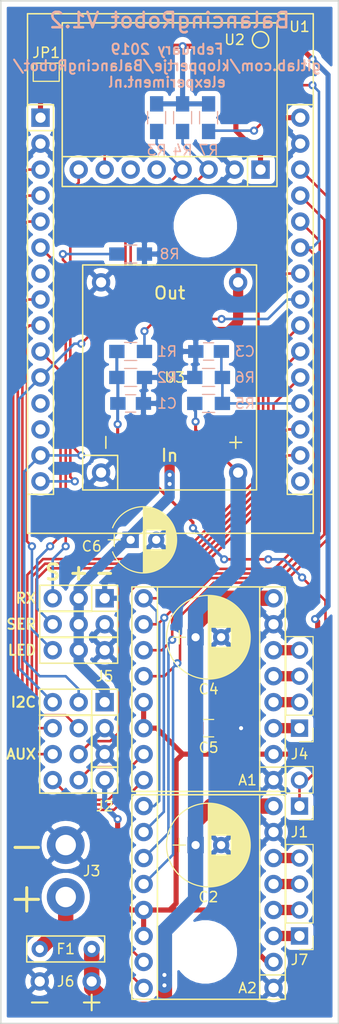
<source format=kicad_pcb>
(kicad_pcb (version 20171130) (host pcbnew "(5.1.9)-1")
  (layers (0 F.Cu signal) (31 B.Cu signal) (34 B.Paste user) (35 F.Paste user) (36 B.SilkS user) (37 F.SilkS user) (38 B.Mask user) (39 F.Mask user) (44 Edge.Cuts user))
  (net 0 "")
  (net 1 GND)
  (net 2 "Net-(C1-Pad1)")
  (net 3 +24V)
  (net 4 /BATT_VOLT)
  (net 5 VCC)
  (net 6 /LED_DATA)
  (net 7 "Net-(A1-Pad6)")
  (net 8 "Net-(A1-Pad5)")
  (net 9 "Net-(A1-Pad3)")
  (net 10 "Net-(A1-Pad4)")
  (net 11 /IBUS_RX)
  (net 12 /SERVO_PWM)
  (net 13 "Net-(A2-Pad4)")
  (net 14 "Net-(A2-Pad3)")
  (net 15 "Net-(A2-Pad5)")
  (net 16 "Net-(A2-Pad6)")
  (net 17 "Net-(JP1-Pad2)")
  (net 18 /DAC1)
  (net 19 /IMU_SDA)
  (net 20 /IMU_SCL)
  (net 21 /motAStp)
  (net 22 /motADir)
  (net 23 /motBStp)
  (net 24 "Net-(U1-Pad7)")
  (net 25 /motBDir)
  (net 26 "Net-(U1-Pad12)")
  (net 27 "Net-(U1-Pad13)")
  (net 28 /IMU_INT)
  (net 29 "Net-(U1-Pad16)")
  (net 30 /uStep2)
  (net 31 /uStep1)
  (net 32 /uStep0)
  (net 33 /motEn)
  (net 34 +5V)
  (net 35 "Net-(U2-Pad5)")
  (net 36 "Net-(U2-Pad6)")
  (net 37 "Net-(F1-Pad2)")
  (net 38 /AUX1)
  (net 39 /AUX2)
  (net 40 /AUX3)
  (net 41 /AUX4)
  (net 42 /AUX5)
  (net 43 /AUX6)
  (module mylib:pinHeader_3x3 (layer F.Cu) (at 99.06 93.98 270)
    (fp_text reference J5 (at 5.08 -2.54) (layer F.SilkS))
    (fp_text value conn_3x3 hide)
    (pad 9 thru_hole circle (at 2.54 2.54 270) (size 1.8 1.8) (drill 1) (layers *.Cu *.Mask) (net 6 /LED_DATA))
    (pad 8 thru_hole circle (at 2.54 0 270) (size 1.8 1.8) (drill 1) (layers *.Cu *.Mask) (net 34 +5V))
    (pad 7 thru_hole circle (at 2.54 -2.54 270) (size 1.8 1.8) (drill 1) (layers *.Cu *.Mask) (net 1 GND))
    (pad 6 thru_hole circle (at 0 2.54 270) (size 1.8 1.8) (drill 1) (layers *.Cu *.Mask) (net 12 /SERVO_PWM))
    (pad 5 thru_hole circle (at 0 0 270) (size 1.8 1.8) (drill 1) (layers *.Cu *.Mask) (net 34 +5V))
    (pad 4 thru_hole circle (at 0 -2.54 270) (size 1.8 1.8) (drill 1) (layers *.Cu *.Mask) (net 1 GND))
    (pad 3 thru_hole circle (at -2.54 2.54 270) (size 1.8 1.8) (drill 1) (layers *.Cu *.Mask) (net 11 /IBUS_RX))
    (pad 2 thru_hole circle (at -2.54 0 270) (size 1.8 1.8) (drill 1) (layers *.Cu *.Mask) (net 34 +5V))
    (pad 1 thru_hole rect (at -2.54 -2.54 270) (size 1.8 1.8) (drill 1) (layers *.Cu *.Mask) (net 1 GND))
  )
  (module mylib:pinHeader_3x4 (layer F.Cu) (at 99.06 105.41 270)
    (fp_text reference J2 (at 6.35 -2.54) (layer F.SilkS))
    (fp_text value conn_3x4 hide)
    (pad 12 thru_hole circle (at 3.81 2.54 270) (size 1.8 1.8) (drill 1) (layers *.Cu *.Mask) (net 43 /AUX6))
    (pad 11 thru_hole circle (at 3.81 0 270) (size 1.8 1.8) (drill 1) (layers *.Cu *.Mask) (net 42 /AUX5))
    (pad 10 thru_hole circle (at 3.81 -2.54 270) (size 1.8 1.8) (drill 1) (layers *.Cu *.Mask) (net 5 VCC))
    (pad 9 thru_hole circle (at 1.27 2.54 270) (size 1.8 1.8) (drill 1) (layers *.Cu *.Mask) (net 41 /AUX4))
    (pad 8 thru_hole circle (at 1.27 0 270) (size 1.8 1.8) (drill 1) (layers *.Cu *.Mask) (net 40 /AUX3))
    (pad 7 thru_hole circle (at 1.27 -2.54 270) (size 1.8 1.8) (drill 1) (layers *.Cu *.Mask) (net 1 GND))
    (pad 6 thru_hole circle (at -1.27 2.54 270) (size 1.8 1.8) (drill 1) (layers *.Cu *.Mask) (net 39 /AUX2))
    (pad 5 thru_hole circle (at -1.27 0 270) (size 1.8 1.8) (drill 1) (layers *.Cu *.Mask) (net 38 /AUX1))
    (pad 4 thru_hole circle (at -1.27 -2.54 270) (size 1.8 1.8) (drill 1) (layers *.Cu *.Mask) (net 1 GND))
    (pad 3 thru_hole circle (at -3.81 2.54 270) (size 1.8 1.8) (drill 1) (layers *.Cu *.Mask) (net 19 /IMU_SDA))
    (pad 2 thru_hole circle (at -3.81 0 270) (size 1.8 1.8) (drill 1) (layers *.Cu *.Mask) (net 20 /IMU_SCL))
    (pad 1 thru_hole rect (at -3.81 -2.54 270) (size 1.8 1.8) (drill 1) (layers *.Cu *.Mask) (net 34 +5V))
  )
  (module mylib:ESP32-devkit-30p (layer F.Cu) (at 108.025001 62.23)
    (fp_text reference U1 (at 12.624999 -26.67) (layer F.SilkS))
    (fp_text value ESP32-devKit)
    (pad 30 thru_hole circle (at 12.7 -17.78) (size 1.8 1.8) (drill 1) (layers *.Cu *.Mask) (net 34 +5V))
    (pad 29 thru_hole circle (at 12.7 -15.24) (size 1.8 1.8) (drill 1) (layers *.Cu *.Mask) (net 1 GND))
    (pad 28 thru_hole circle (at 12.7 -12.7) (size 1.8 1.8) (drill 1) (layers *.Cu *.Mask) (net 30 /uStep2))
    (pad 27 thru_hole circle (at 12.7 -10.16) (size 1.8 1.8) (drill 1) (layers *.Cu *.Mask) (net 31 /uStep1))
    (pad 26 thru_hole circle (at 12.7 -7.62) (size 1.8 1.8) (drill 1) (layers *.Cu *.Mask) (net 32 /uStep0))
    (pad 25 thru_hole circle (at 12.7 -5.08) (size 1.8 1.8) (drill 1) (layers *.Cu *.Mask) (net 33 /motEn))
    (pad 24 thru_hole circle (at 12.7 -2.54) (size 1.8 1.8) (drill 1) (layers *.Cu *.Mask) (net 41 /AUX4))
    (pad 23 thru_hole circle (at 12.7 0) (size 1.8 1.8) (drill 1) (layers *.Cu *.Mask) (net 18 /DAC1))
    (pad 22 thru_hole circle (at 12.7 2.54) (size 1.8 1.8) (drill 1) (layers *.Cu *.Mask) (net 39 /AUX2))
    (pad 21 thru_hole circle (at 12.7 5.08) (size 1.8 1.8) (drill 1) (layers *.Cu *.Mask) (net 38 /AUX1))
    (pad 20 thru_hole circle (at 12.7 7.62) (size 1.8 1.8) (drill 1) (layers *.Cu *.Mask) (net 40 /AUX3))
    (pad 19 thru_hole circle (at 12.7 10.16) (size 1.8 1.8) (drill 1) (layers *.Cu *.Mask) (net 4 /BATT_VOLT))
    (pad 18 thru_hole circle (at 12.7 12.7) (size 1.8 1.8) (drill 1) (layers *.Cu *.Mask) (net 42 /AUX5))
    (pad 17 thru_hole circle (at 12.7 15.24) (size 1.8 1.8) (drill 1) (layers *.Cu *.Mask) (net 43 /AUX6))
    (pad 16 thru_hole circle (at 12.7 17.78) (size 1.8 1.8) (drill 1) (layers *.Cu *.Mask) (net 29 "Net-(U1-Pad16)"))
    (pad 15 thru_hole circle (at -12.7 17.78) (size 1.8 1.8) (drill 1) (layers *.Cu *.Mask) (net 28 /IMU_INT))
    (pad 14 thru_hole circle (at -12.7 15.24) (size 1.8 1.8) (drill 1) (layers *.Cu *.Mask) (net 20 /IMU_SCL))
    (pad 13 thru_hole circle (at -12.7 12.7) (size 1.8 1.8) (drill 1) (layers *.Cu *.Mask) (net 27 "Net-(U1-Pad13)"))
    (pad 12 thru_hole circle (at -12.7 10.16) (size 1.8 1.8) (drill 1) (layers *.Cu *.Mask) (net 26 "Net-(U1-Pad12)"))
    (pad 11 thru_hole circle (at -12.7 7.62) (size 1.8 1.8) (drill 1) (layers *.Cu *.Mask) (net 19 /IMU_SDA))
    (pad 10 thru_hole circle (at -12.7 5.08) (size 1.8 1.8) (drill 1) (layers *.Cu *.Mask) (net 12 /SERVO_PWM))
    (pad 9 thru_hole circle (at -12.7 2.54) (size 1.8 1.8) (drill 1) (layers *.Cu *.Mask) (net 6 /LED_DATA))
    (pad 8 thru_hole circle (at -12.7 0) (size 1.8 1.8) (drill 1) (layers *.Cu *.Mask) (net 21 /motAStp))
    (pad 7 thru_hole circle (at -12.7 -2.54) (size 1.8 1.8) (drill 1) (layers *.Cu *.Mask) (net 24 "Net-(U1-Pad7)"))
    (pad 6 thru_hole circle (at -12.7 -5.08) (size 1.8 1.8) (drill 1) (layers *.Cu *.Mask) (net 11 /IBUS_RX))
    (pad 5 thru_hole circle (at -12.7 -7.62) (size 1.8 1.8) (drill 1) (layers *.Cu *.Mask) (net 22 /motADir))
    (pad 4 thru_hole circle (at -12.7 -10.16) (size 1.8 1.8) (drill 1) (layers *.Cu *.Mask) (net 23 /motBStp))
    (pad 3 thru_hole circle (at -12.7 -12.7) (size 1.8 1.8) (drill 1) (layers *.Cu *.Mask) (net 25 /motBDir))
    (pad 2 thru_hole circle (at -12.7 -15.24) (size 1.8 1.8) (drill 1) (layers *.Cu *.Mask) (net 1 GND))
    (pad 1 thru_hole rect (at -12.7 -17.78) (size 1.8 1.8) (drill 1) (layers *.Cu *.Mask) (net 5 VCC))
  )
  (module mylib:buck-converter-adj (layer F.Cu) (at 107.95 69.85 90)
    (fp_text reference U3 (at 0 0.5 180) (layer F.SilkS))
    (fp_text value buckConverter-adj)
    (fp_text user + (at -6.35 6.35 90) (layer F.SilkS) (effects (font (size 1.5 1.5))))
    (fp_text user - (at -6.35 -6.35 90) (layer F.SilkS) (effects (font (size 1.5 1.5))))
    (pad 4 thru_hole circle (at 9.3 -6.7 90) (size 1.8 1.8) (drill 1) (layers *.Cu *.Mask) (net 1 GND))
    (pad 3 thru_hole circle (at 9.3 6.7 90) (size 1.8 1.8) (drill 1) (layers *.Cu *.Mask) (net 34 +5V))
    (pad 2 thru_hole circle (at -9.3 6.7 90) (size 1.8 1.8) (drill 1) (layers *.Cu *.Mask) (net 3 +24V))
    (pad 1 thru_hole circle (at -9.3 -6.7 90) (size 1.8 1.8) (drill 1) (layers *.Cu *.Mask) (net 1 GND))
  )
  (module mylib:DRV8825-breakout (layer F.Cu) (at 111.76 120.65 180)
    (fp_text reference A2 (at -3.81 -8.89 180) (layer F.SilkS))
    (fp_text value Pololu_Breakout_DRV8825)
    (pad 1 thru_hole circle (at -6.35 -8.89 180) (size 1.8 1.8) (drill 1) (layers *.Cu *.Mask) (net 1 GND))
    (pad 2 thru_hole circle (at -6.35 -6.35 180) (size 1.8 1.8) (drill 1) (layers *.Cu *.Mask) (net 5 VCC))
    (pad 3 thru_hole circle (at -6.35 -3.81 180) (size 1.8 1.8) (drill 1) (layers *.Cu *.Mask) (net 14 "Net-(A2-Pad3)"))
    (pad 4 thru_hole circle (at -6.35 -1.27 180) (size 1.8 1.8) (drill 1) (layers *.Cu *.Mask) (net 13 "Net-(A2-Pad4)"))
    (pad 5 thru_hole circle (at -6.35 1.27 180) (size 1.8 1.8) (drill 1) (layers *.Cu *.Mask) (net 15 "Net-(A2-Pad5)"))
    (pad 6 thru_hole circle (at -6.35 3.81 180) (size 1.8 1.8) (drill 1) (layers *.Cu *.Mask) (net 16 "Net-(A2-Pad6)"))
    (pad 7 thru_hole circle (at -6.35 6.35 180) (size 1.8 1.8) (drill 1) (layers *.Cu *.Mask) (net 1 GND))
    (pad 8 thru_hole circle (at -6.35 8.89 180) (size 1.8 1.8) (drill 1) (layers *.Cu *.Mask) (net 3 +24V))
    (pad 9 thru_hole circle (at 6.35 8.89 180) (size 1.8 1.8) (drill 1) (layers *.Cu *.Mask) (net 33 /motEn))
    (pad 10 thru_hole circle (at 6.35 6.35 180) (size 1.8 1.8) (drill 1) (layers *.Cu *.Mask) (net 32 /uStep0))
    (pad 11 thru_hole circle (at 6.35 3.81 180) (size 1.8 1.8) (drill 1) (layers *.Cu *.Mask) (net 31 /uStep1))
    (pad 12 thru_hole circle (at 6.35 1.27 180) (size 1.8 1.8) (drill 1) (layers *.Cu *.Mask) (net 30 /uStep2))
    (pad 13 thru_hole circle (at 6.35 -1.27 180) (size 1.8 1.8) (drill 1) (layers *.Cu *.Mask) (net 5 VCC))
    (pad 14 thru_hole circle (at 6.35 -3.81 180) (size 1.8 1.8) (drill 1) (layers *.Cu *.Mask) (net 5 VCC))
    (pad 15 thru_hole circle (at 6.35 -6.35 180) (size 1.8 1.8) (drill 1) (layers *.Cu *.Mask) (net 23 /motBStp))
    (pad 16 thru_hole circle (at 6.35 -8.89 180) (size 1.8 1.8) (drill 1) (layers *.Cu *.Mask) (net 25 /motBDir))
  )
  (module Mounting_Holes:MountingHole_3.2mm_M3_DIN965 (layer F.Cu) (at 111.44 55.02)
    (fp_text reference REF** hide)
    (fp_text value MountingHole_3.2mm_M3_DIN965)
    (pad 1 np_thru_hole circle (at 0 0) (size 3.2 3.2) (drill 3.2) (layers *.Cu *.Mask))
  )
  (module mylib:MPU6050-breakout-angledHeader (layer F.Cu) (at 107.95 43.18 270)
    (fp_text reference U2 (at -6.35 -6.35) (layer F.SilkS))
    (fp_text value MPU6050-breakout hide)
    (pad 8 thru_hole circle (at 6.35 8.89 270) (size 1.8 1.8) (drill 1) (layers *.Cu *.Mask) (net 28 /IMU_INT))
    (pad 7 thru_hole circle (at 6.35 6.35 270) (size 1.8 1.8) (drill 1) (layers *.Cu *.Mask) (net 17 "Net-(JP1-Pad2)"))
    (pad 6 thru_hole circle (at 6.35 3.81 270) (size 1.8 1.8) (drill 1) (layers *.Cu *.Mask) (net 36 "Net-(U2-Pad6)"))
    (pad 5 thru_hole circle (at 6.35 1.27 270) (size 1.8 1.8) (drill 1) (layers *.Cu *.Mask) (net 35 "Net-(U2-Pad5)"))
    (pad 4 thru_hole circle (at 6.35 -1.27 270) (size 1.8 1.8) (drill 1) (layers *.Cu *.Mask) (net 19 /IMU_SDA))
    (pad 3 thru_hole circle (at 6.35 -3.81 270) (size 1.8 1.8) (drill 1) (layers *.Cu *.Mask) (net 20 /IMU_SCL))
    (pad 2 thru_hole circle (at 6.35 -6.35 270) (size 1.8 1.8) (drill 1) (layers *.Cu *.Mask) (net 1 GND))
    (pad 1 thru_hole rect (at 6.35 -8.89 270) (size 1.8 1.8) (drill 1) (layers *.Cu *.Mask) (net 5 VCC))
  )
  (module Capacitors_THT:CP_Radial_D8.0mm_P2.50mm (layer F.Cu) (at 110.49 95.25)
    (fp_text reference C4 (at 1.27 5.08) (layer F.SilkS))
    (fp_text value 100u)
    (pad 1 thru_hole rect (at 0 0) (size 1.6 1.6) (drill 0.8) (layers *.Cu *.Mask) (net 3 +24V))
    (pad 2 thru_hole circle (at 2.5 0) (size 1.6 1.6) (drill 0.8) (layers *.Cu *.Mask) (net 1 GND))
  )
  (module Capacitors_SMD:C_0805_HandSoldering (layer B.Cu) (at 104.14 72.39)
    (fp_text reference C1 (at 3.556 0) (layer B.SilkS) (effects (justify mirror)))
    (fp_text value 1u)
    (pad 1 smd rect (at -1.25 0) (size 1.5 1.25) (layers B.Cu B.Paste B.Mask) (net 2 "Net-(C1-Pad1)"))
    (pad 2 smd rect (at 1.25 0) (size 1.5 1.25) (layers B.Cu B.Paste B.Mask) (net 1 GND))
  )
  (module Capacitors_SMD:C_0805_HandSoldering (layer B.Cu) (at 111.76 67.31 180)
    (fp_text reference C3 (at -3.556 0 180) (layer B.SilkS) (effects (justify mirror)))
    (fp_text value 1u)
    (pad 1 smd rect (at -1.25 0 180) (size 1.5 1.25) (layers B.Cu B.Paste B.Mask) (net 4 /BATT_VOLT))
    (pad 2 smd rect (at 1.25 0 180) (size 1.5 1.25) (layers B.Cu B.Paste B.Mask) (net 1 GND))
  )
  (module Socket_Strips:Socket_Strip_Straight_1x02_Pitch2.54mm (layer F.Cu) (at 120.65 111.76 180)
    (fp_text reference J1 (at 0 -2.54) (layer F.SilkS))
    (fp_text value Conn_01x02_Female)
    (pad 1 thru_hole rect (at 0 0 180) (size 1.7 1.7) (drill 1) (layers *.Cu *.Mask) (net 2 "Net-(C1-Pad1)"))
    (pad 2 thru_hole oval (at 0 2.54 180) (size 1.7 1.7) (drill 1) (layers *.Cu *.Mask) (net 2 "Net-(C1-Pad1)"))
  )
  (module Socket_Strips:Socket_Strip_Straight_1x04_Pitch2.54mm (layer F.Cu) (at 120.65 104.14 180)
    (fp_text reference J4 (at 0 -2.54 180) (layer F.SilkS))
    (fp_text value Conn_01x04_Female)
    (pad 1 thru_hole rect (at 0 0 180) (size 1.7 1.7) (drill 1) (layers *.Cu *.Mask) (net 9 "Net-(A1-Pad3)"))
    (pad 2 thru_hole oval (at 0 2.54 180) (size 1.7 1.7) (drill 1) (layers *.Cu *.Mask) (net 10 "Net-(A1-Pad4)"))
    (pad 3 thru_hole oval (at 0 5.08 180) (size 1.7 1.7) (drill 1) (layers *.Cu *.Mask) (net 8 "Net-(A1-Pad5)"))
    (pad 4 thru_hole oval (at 0 7.62 180) (size 1.7 1.7) (drill 1) (layers *.Cu *.Mask) (net 7 "Net-(A1-Pad6)"))
  )
  (module Socket_Strips:Socket_Strip_Straight_1x04_Pitch2.54mm (layer F.Cu) (at 120.65 124.46 180)
    (fp_text reference J7 (at 0 -2.33 180) (layer F.SilkS))
    (fp_text value Conn_01x04_Female)
    (pad 1 thru_hole rect (at 0 0 180) (size 1.7 1.7) (drill 1) (layers *.Cu *.Mask) (net 14 "Net-(A2-Pad3)"))
    (pad 2 thru_hole oval (at 0 2.54 180) (size 1.7 1.7) (drill 1) (layers *.Cu *.Mask) (net 13 "Net-(A2-Pad4)"))
    (pad 3 thru_hole oval (at 0 5.08 180) (size 1.7 1.7) (drill 1) (layers *.Cu *.Mask) (net 15 "Net-(A2-Pad5)"))
    (pad 4 thru_hole oval (at 0 7.62 180) (size 1.7 1.7) (drill 1) (layers *.Cu *.Mask) (net 16 "Net-(A2-Pad6)"))
  )
  (module Connectors:GS2 (layer F.Cu) (at 95.885 40.005 90)
    (fp_text reference JP1 (at 1.905 0) (layer F.SilkS))
    (fp_text value Jumper)
    (pad 1 smd rect (at 0 -0.64 90) (size 1.27 0.97) (layers F.Cu F.Paste F.Mask) (net 5 VCC))
    (pad 2 smd rect (at 0 0.64 90) (size 1.27 0.97) (layers F.Cu F.Paste F.Mask) (net 17 "Net-(JP1-Pad2)"))
  )
  (module Resistors_SMD:R_0805_HandSoldering (layer B.Cu) (at 104.14 67.31 180)
    (fp_text reference R1 (at -3.556 0 180) (layer B.SilkS) (effects (justify mirror)))
    (fp_text value 3k3)
    (pad 1 smd rect (at -1.35 0 180) (size 1.5 1.3) (layers B.Cu B.Paste B.Mask) (net 18 /DAC1))
    (pad 2 smd rect (at 1.35 0 180) (size 1.5 1.3) (layers B.Cu B.Paste B.Mask) (net 2 "Net-(C1-Pad1)"))
  )
  (module Resistors_SMD:R_0805_HandSoldering (layer B.Cu) (at 104.14 69.85)
    (fp_text reference R2 (at 3.556 0) (layer B.SilkS) (effects (justify mirror)))
    (fp_text value 3k3)
    (pad 1 smd rect (at -1.35 0) (size 1.5 1.3) (layers B.Cu B.Paste B.Mask) (net 2 "Net-(C1-Pad1)"))
    (pad 2 smd rect (at 1.35 0) (size 1.5 1.3) (layers B.Cu B.Paste B.Mask) (net 1 GND))
  )
  (module Resistors_SMD:R_0805_HandSoldering (layer B.Cu) (at 106.68 44.45 270)
    (fp_text reference R3 (at 3.175 0) (layer B.SilkS) (effects (justify mirror)))
    (fp_text value 3k3)
    (pad 1 smd rect (at -1.35 0 270) (size 1.5 1.3) (layers B.Cu B.Paste B.Mask) (net 5 VCC))
    (pad 2 smd rect (at 1.35 0 270) (size 1.5 1.3) (layers B.Cu B.Paste B.Mask) (net 19 /IMU_SDA))
  )
  (module Resistors_SMD:R_0805_HandSoldering (layer B.Cu) (at 109.22 44.45 270)
    (fp_text reference R4 (at 3.175 0) (layer B.SilkS) (effects (justify mirror)))
    (fp_text value 3k3)
    (pad 1 smd rect (at -1.35 0 270) (size 1.5 1.3) (layers B.Cu B.Paste B.Mask) (net 5 VCC))
    (pad 2 smd rect (at 1.35 0 270) (size 1.5 1.3) (layers B.Cu B.Paste B.Mask) (net 20 /IMU_SCL))
  )
  (module Resistors_SMD:R_0805_HandSoldering (layer B.Cu) (at 111.76 72.39)
    (fp_text reference R5 (at 3.556 0) (layer B.SilkS) (effects (justify mirror)))
    (fp_text value 100k)
    (pad 1 smd rect (at -1.35 0) (size 1.5 1.3) (layers B.Cu B.Paste B.Mask) (net 3 +24V))
    (pad 2 smd rect (at 1.35 0) (size 1.5 1.3) (layers B.Cu B.Paste B.Mask) (net 4 /BATT_VOLT))
  )
  (module Resistors_SMD:R_0805_HandSoldering (layer B.Cu) (at 111.76 69.85 180)
    (fp_text reference R6 (at -3.556 0 180) (layer B.SilkS) (effects (justify mirror)))
    (fp_text value 3k3)
    (pad 1 smd rect (at -1.35 0 180) (size 1.5 1.3) (layers B.Cu B.Paste B.Mask) (net 4 /BATT_VOLT))
    (pad 2 smd rect (at 1.35 0 180) (size 1.5 1.3) (layers B.Cu B.Paste B.Mask) (net 1 GND))
  )
  (module mylib:wirePad-2x-2mm (layer F.Cu) (at 97.79 118.11 90)
    (fp_text reference J3 (at 0 2.54 180) (layer F.SilkS))
    (fp_text value Conn_01x02_Male hide)
    (pad 2 thru_hole circle (at 2.54 0 90) (size 3.7 3.7) (drill 2) (layers *.Cu *.Mask) (net 1 GND))
    (pad 1 thru_hole circle (at -2.54 0 90) (size 3.7 3.7) (drill 2) (layers *.Cu *.Mask) (net 37 "Net-(F1-Pad2)"))
  )
  (module Capacitors_THT:CP_Radial_D8.0mm_P2.50mm (layer F.Cu) (at 110.49 115.57)
    (fp_text reference C2 (at 1.25 5.08) (layer F.SilkS))
    (fp_text value 100u)
    (pad 2 thru_hole circle (at 2.5 0) (size 1.6 1.6) (drill 0.8) (layers *.Cu *.Mask) (net 1 GND))
    (pad 1 thru_hole rect (at 0 0) (size 1.6 1.6) (drill 0.8) (layers *.Cu *.Mask) (net 3 +24V))
  )
  (module Mounting_Holes:MountingHole_3.2mm_M3_DIN965 (layer F.Cu) (at 111.44 126.02)
    (fp_text reference REF** hide)
    (fp_text value MountingHole_3.2mm_M3_DIN965)
    (pad 1 np_thru_hole circle (at 0 0) (size 3.2 3.2) (drill 3.2) (layers *.Cu *.Mask))
  )
  (module mylib:polyfuse-5.08mm (layer F.Cu) (at 97.79 125.73 180)
    (fp_text reference F1 (at 0 0 180) (layer F.SilkS))
    (fp_text value Polyfuse hide)
    (pad 1 thru_hole circle (at -2.54 0 180) (size 1.6 1.6) (drill 0.8) (layers *.Cu *.Mask) (net 3 +24V))
    (pad 2 thru_hole circle (at 2.54 0 180) (size 1.6 1.6) (drill 0.8) (layers *.Cu *.Mask) (net 37 "Net-(F1-Pad2)"))
  )
  (module mylib:DRV8825-breakout (layer F.Cu) (at 111.76 100.33 180)
    (fp_text reference A1 (at -3.81 -8.89 180) (layer F.SilkS))
    (fp_text value Pololu_Breakout_DRV8825)
    (pad 16 thru_hole circle (at 6.35 -8.89 180) (size 1.8 1.8) (drill 1) (layers *.Cu *.Mask) (net 22 /motADir))
    (pad 15 thru_hole circle (at 6.35 -6.35 180) (size 1.8 1.8) (drill 1) (layers *.Cu *.Mask) (net 21 /motAStp))
    (pad 14 thru_hole circle (at 6.35 -3.81 180) (size 1.8 1.8) (drill 1) (layers *.Cu *.Mask) (net 5 VCC))
    (pad 13 thru_hole circle (at 6.35 -1.27 180) (size 1.8 1.8) (drill 1) (layers *.Cu *.Mask) (net 5 VCC))
    (pad 12 thru_hole circle (at 6.35 1.27 180) (size 1.8 1.8) (drill 1) (layers *.Cu *.Mask) (net 30 /uStep2))
    (pad 11 thru_hole circle (at 6.35 3.81 180) (size 1.8 1.8) (drill 1) (layers *.Cu *.Mask) (net 31 /uStep1))
    (pad 10 thru_hole circle (at 6.35 6.35 180) (size 1.8 1.8) (drill 1) (layers *.Cu *.Mask) (net 32 /uStep0))
    (pad 9 thru_hole circle (at 6.35 8.89 180) (size 1.8 1.8) (drill 1) (layers *.Cu *.Mask) (net 33 /motEn))
    (pad 8 thru_hole circle (at -6.35 8.89 180) (size 1.8 1.8) (drill 1) (layers *.Cu *.Mask) (net 3 +24V))
    (pad 7 thru_hole circle (at -6.35 6.35 180) (size 1.8 1.8) (drill 1) (layers *.Cu *.Mask) (net 1 GND))
    (pad 6 thru_hole circle (at -6.35 3.81 180) (size 1.8 1.8) (drill 1) (layers *.Cu *.Mask) (net 7 "Net-(A1-Pad6)"))
    (pad 5 thru_hole circle (at -6.35 1.27 180) (size 1.8 1.8) (drill 1) (layers *.Cu *.Mask) (net 8 "Net-(A1-Pad5)"))
    (pad 4 thru_hole circle (at -6.35 -1.27 180) (size 1.8 1.8) (drill 1) (layers *.Cu *.Mask) (net 10 "Net-(A1-Pad4)"))
    (pad 3 thru_hole circle (at -6.35 -3.81 180) (size 1.8 1.8) (drill 1) (layers *.Cu *.Mask) (net 9 "Net-(A1-Pad3)"))
    (pad 2 thru_hole circle (at -6.35 -6.35 180) (size 1.8 1.8) (drill 1) (layers *.Cu *.Mask) (net 5 VCC))
    (pad 1 thru_hole circle (at -6.35 -8.89 180) (size 1.8 1.8) (drill 1) (layers *.Cu *.Mask) (net 1 GND))
  )
  (module Capacitors_SMD:C_0805_HandSoldering (layer F.Cu) (at 111.76 104.14)
    (fp_text reference C5 (at 0 1.905) (layer F.SilkS))
    (fp_text value 100n)
    (pad 2 smd rect (at 1.25 0) (size 1.5 1.25) (layers F.Cu F.Paste F.Mask) (net 1 GND))
    (pad 1 smd rect (at -1.25 0) (size 1.5 1.25) (layers F.Cu F.Paste F.Mask) (net 5 VCC))
  )
  (module Resistors_SMD:R_0805_HandSoldering (layer B.Cu) (at 111.76 44.45 270)
    (fp_text reference R7 (at 3.175 0 180) (layer B.SilkS) (effects (justify mirror)))
    (fp_text value 3k3)
    (pad 2 smd rect (at 1.35 0 270) (size 1.5 1.3) (layers B.Cu B.Paste B.Mask) (net 33 /motEn))
    (pad 1 smd rect (at -1.35 0 270) (size 1.5 1.3) (layers B.Cu B.Paste B.Mask) (net 5 VCC))
  )
  (module Capacitors_THT:CP_Radial_D6.3mm_P2.50mm (layer F.Cu) (at 104.14 85.725)
    (fp_text reference C6 (at -3.81 0.635) (layer F.SilkS))
    (fp_text value 470u)
    (pad 2 thru_hole circle (at 2.5 0) (size 1.6 1.6) (drill 0.8) (layers *.Cu *.Mask) (net 1 GND))
    (pad 1 thru_hole rect (at 0 0) (size 1.6 1.6) (drill 0.8) (layers *.Cu *.Mask) (net 34 +5V))
  )
  (module Resistors_SMD:R_0805_HandSoldering (layer B.Cu) (at 104.14 57.785)
    (fp_text reference R8 (at 3.81 0) (layer B.SilkS) (effects (justify mirror)))
    (fp_text value 100k)
    (pad 2 smd rect (at 1.35 0) (size 1.5 1.3) (layers B.Cu B.Paste B.Mask) (net 1 GND))
    (pad 1 smd rect (at -1.35 0) (size 1.5 1.3) (layers B.Cu B.Paste B.Mask) (net 11 /IBUS_RX))
  )
  (module mylib:pinHeader_2x1_5.08mm (layer F.Cu) (at 97.79 128.905 180)
    (fp_text reference J6 (at 0 0 180) (layer F.SilkS))
    (fp_text value Conn_01x02_Male)
    (pad 1 thru_hole circle (at -2.54 0 180) (size 1.8 1.8) (drill 1) (layers *.Cu *.Mask) (net 3 +24V))
    (pad 2 thru_hole circle (at 2.54 0 180) (size 1.8 1.8) (drill 1) (layers *.Cu *.Mask) (net 1 GND))
  )
  (gr_text - (at 95.25 130.81) (layer F.SilkS) (effects (font (size 2 2) (thickness 0.2))))
  (gr_text + (at 100.33 130.81) (layer F.SilkS) (effects (font (size 2 2) (thickness 0.2))))
  (gr_text Out (at 107.95 61.595) (layer F.SilkS) (effects (font (size 1.2 1.2) (thickness 0.2))))
  (gr_text In (at 107.95 77.47) (layer F.SilkS) (effects (font (size 1.2 1.2) (thickness 0.2))))
  (gr_text "February 2019\ngitlab.com/kloppertje/BalancingRobot/\nelexperiment.nl" (at 107.696 39.37) (layer B.SilkS) (effects (font (size 1 1) (thickness 0.2)) (justify mirror)))
  (gr_line (start 100.33 107.95) (end 102.87 107.95) (layer F.SilkS) (width 0.2))
  (gr_line (start 102.87 95.25) (end 95.25 95.25) (layer F.SilkS) (width 0.2))
  (gr_line (start 95.25 92.71) (end 100.33 92.71) (layer F.SilkS) (width 0.2))
  (gr_line (start 100.33 102.87) (end 100.33 110.49) (layer F.SilkS) (width 0.2))
  (gr_line (start 95.25 102.87) (end 100.33 102.87) (layer F.SilkS) (width 0.2))
  (gr_text AUX (at 94.996 106.68) (layer F.SilkS) (effects (font (size 1 1) (thickness 0.2)) (justify right)))
  (gr_text I2C (at 94.996 101.6) (layer F.SilkS) (effects (font (size 1 1) (thickness 0.2)) (justify right)))
  (gr_text LED (at 94.996 96.52) (layer F.SilkS) (effects (font (size 1 1) (thickness 0.2)) (justify right)))
  (gr_text SER (at 94.996 93.98) (layer F.SilkS) (effects (font (size 1 1) (thickness 0.2)) (justify right)))
  (gr_text RX (at 94.996 91.44) (layer F.SilkS) (effects (font (size 1 1) (thickness 0.2)) (justify right)))
  (gr_text - (at 93.98 115.57) (layer F.SilkS) (effects (font (size 3 3) (thickness 0.3))))
  (gr_text + (at 93.98 120.65) (layer F.SilkS) (effects (font (size 3 3) (thickness 0.3))))
  (gr_text S (at 96.52 88.9) (layer F.SilkS) (effects (font (size 1.5 1.5) (thickness 0.3))))
  (gr_text + (at 99.06 88.9) (layer F.SilkS) (effects (font (size 1.5 1.5) (thickness 0.3))))
  (gr_text - (at 101.6 88.9) (layer F.SilkS) (effects (font (size 1.5 1.5) (thickness 0.3))))
  (gr_line (start 124.46 133.02) (end 124.46 33.02) (layer Edge.Cuts) (width 0.15))
  (gr_line (start 91.44 133.02) (end 124.46 133.02) (layer Edge.Cuts) (width 0.15))
  (gr_line (start 91.44 33.02) (end 91.44 133.02) (layer Edge.Cuts) (width 0.15))
  (gr_line (start 124.46 33.02) (end 91.44 33.02) (layer Edge.Cuts) (width 0.15))
  (gr_text "BalancingRobot V1.2" (at 107.95 34.925) (layer B.SilkS) (effects (font (size 1.5 1.5) (thickness 0.25)) (justify mirror)))
  (segment (start 113.01 95.27) (end 112.99 95.25) (width 0.25) (layer F.Cu) (net 1))
  (segment (start 113.01 104.14) (end 114.935 104.14) (width 0.25) (layer F.Cu) (net 1))
  (via (at 114.935 104.14) (size 0.8) (drill 0.4) (layers F.Cu B.Cu) (net 1))
  (segment (start 120.65 111.76) (end 120.65 109.22) (width 0.25) (layer F.Cu) (net 2))
  (segment (start 102.87 74.422) (end 102.87 72.41) (width 0.3) (layer B.Cu) (net 2))
  (segment (start 102.87 72.41) (end 102.89 72.39) (width 0.3) (layer B.Cu) (net 2))
  (via (at 102.87 74.422) (size 0.8) (drill 0.4) (layers F.Cu B.Cu) (net 2))
  (segment (start 102.87 76.650315) (end 102.87 74.422) (width 0.3) (layer F.Cu) (net 2))
  (segment (start 110.236 84.582) (end 110.236 84.016315) (width 0.3) (layer F.Cu) (net 2))
  (segment (start 110.236 84.016315) (end 102.87 76.650315) (width 0.3) (layer F.Cu) (net 2))
  (via (at 110.236 84.582) (size 0.8) (drill 0.4) (layers F.Cu B.Cu) (net 2))
  (segment (start 113.284 87.63) (end 110.236 84.582) (width 0.3) (layer B.Cu) (net 2))
  (via (at 113.284 87.63) (size 0.8) (drill 0.4) (layers F.Cu B.Cu) (net 2))
  (segment (start 102.89 69.95) (end 102.79 69.85) (width 0.3) (layer B.Cu) (net 2))
  (segment (start 102.89 72.39) (end 102.89 69.95) (width 0.3) (layer B.Cu) (net 2))
  (segment (start 102.79 69.85) (end 102.79 67.31) (width 0.3) (layer B.Cu) (net 2))
  (segment (start 113.284 87.63) (end 117.602 87.63) (width 0.25) (layer F.Cu) (net 2))
  (via (at 117.602 87.63) (size 0.8) (drill 0.4) (layers F.Cu B.Cu) (net 2))
  (segment (start 117.602 87.63) (end 118.11 87.63) (width 0.25) (layer B.Cu) (net 2))
  (segment (start 118.11 87.63) (end 119.126 87.63) (width 0.25) (layer B.Cu) (net 2))
  (segment (start 119.126 87.63) (end 120.65 89.154) (width 0.25) (layer B.Cu) (net 2))
  (segment (start 120.65 89.154) (end 120.904 89.408) (width 0.25) (layer B.Cu) (net 2))
  (via (at 120.904 89.408) (size 0.8) (drill 0.4) (layers F.Cu B.Cu) (net 2))
  (segment (start 121.412 109.22) (end 120.65 109.22) (width 0.25) (layer F.Cu) (net 2))
  (segment (start 123.19 107.442) (end 121.412 109.22) (width 0.25) (layer F.Cu) (net 2))
  (segment (start 120.904 89.408) (end 123.19 91.694) (width 0.25) (layer F.Cu) (net 2))
  (segment (start 123.19 91.694) (end 123.19 107.442) (width 0.25) (layer F.Cu) (net 2))
  (segment (start 110.49 115.57) (end 110.49 95.25) (width 1.5) (layer B.Cu) (net 3))
  (segment (start 110.49 95.25) (end 110.49 92.71) (width 1.5) (layer B.Cu) (net 3))
  (segment (start 110.49 92.71) (end 114.65 88.55) (width 1.5) (layer B.Cu) (net 3))
  (segment (start 114.65 88.55) (end 114.65 79.15) (width 1.5) (layer B.Cu) (net 3))
  (segment (start 110.41 72.39) (end 110.41 73.072) (width 0.3) (layer B.Cu) (net 3))
  (segment (start 110.41 73.072) (end 110.49 73.152) (width 0.3) (layer B.Cu) (net 3))
  (via (at 110.49 74.168) (size 0.8) (drill 0.4) (layers F.Cu B.Cu) (net 3))
  (segment (start 110.49 73.152) (end 110.49 74.168) (width 0.3) (layer B.Cu) (net 3))
  (segment (start 110.49 74.99) (end 114.65 79.15) (width 0.3) (layer F.Cu) (net 3))
  (segment (start 110.49 74.168) (end 110.49 74.99) (width 0.3) (layer F.Cu) (net 3))
  (via (at 107.442 128.27) (size 0.8) (drill 0.4) (layers F.Cu B.Cu) (net 3))
  (segment (start 110.49 120.904) (end 110.49 115.57) (width 1.5) (layer B.Cu) (net 3))
  (segment (start 107.442 128.27) (end 107.442 123.952) (width 1.5) (layer B.Cu) (net 3))
  (segment (start 107.442 123.952) (end 110.49 120.904) (width 1.5) (layer B.Cu) (net 3))
  (via (at 107.442 129.286) (size 0.8) (drill 0.4) (layers F.Cu B.Cu) (net 3))
  (segment (start 110.49 113.27) (end 112 111.76) (width 1.5) (layer F.Cu) (net 3))
  (segment (start 110.49 115.57) (end 110.49 113.27) (width 1.5) (layer F.Cu) (net 3))
  (segment (start 112 111.76) (end 118.11 111.76) (width 1.5) (layer F.Cu) (net 3))
  (segment (start 110.49 95.25) (end 110.49 93.98) (width 1.5) (layer F.Cu) (net 3))
  (segment (start 113.03 91.44) (end 118.11 91.44) (width 1.5) (layer F.Cu) (net 3))
  (segment (start 110.49 93.98) (end 113.03 91.44) (width 1.5) (layer F.Cu) (net 3))
  (segment (start 107.442 128.27) (end 107.442 129.286) (width 1.5) (layer B.Cu) (net 3))
  (segment (start 100.33 129.54) (end 100.33 128.905) (width 1.5) (layer F.Cu) (net 3))
  (segment (start 102.4255 131.6355) (end 100.33 129.54) (width 1.5) (layer F.Cu) (net 3))
  (segment (start 106.6165 131.6355) (end 102.4255 131.6355) (width 1.5) (layer F.Cu) (net 3))
  (segment (start 107.442 129.286) (end 107.442 130.81) (width 1.5) (layer F.Cu) (net 3))
  (segment (start 107.442 130.81) (end 106.6165 131.6355) (width 1.5) (layer F.Cu) (net 3))
  (segment (start 100.33 128.905) (end 100.33 125.73) (width 1.5) (layer F.Cu) (net 3))
  (segment (start 113.01 69.75) (end 113.11 69.85) (width 0.25) (layer B.Cu) (net 4))
  (segment (start 113.01 67.31) (end 113.01 69.75) (width 0.25) (layer B.Cu) (net 4))
  (segment (start 113.11 71.49) (end 113.11 69.85) (width 0.25) (layer B.Cu) (net 4))
  (segment (start 113.11 72.39) (end 113.11 71.49) (width 0.25) (layer B.Cu) (net 4))
  (segment (start 113.11 72.39) (end 120.725001 72.39) (width 0.25) (layer B.Cu) (net 4))
  (via (at 122.174 93.472) (size 0.8) (drill 0.4) (layers F.Cu B.Cu) (net 5))
  (segment (start 101.6 109.22) (end 101.6 111.76) (width 0.5) (layer B.Cu) (net 5))
  (segment (start 101.6 111.76) (end 102.87 113.03) (width 0.5) (layer B.Cu) (net 5))
  (via (at 102.87 113.03) (size 0.8) (drill 0.4) (layers F.Cu B.Cu) (net 5))
  (segment (start 104.14 121.92) (end 105.41 121.92) (width 0.5) (layer F.Cu) (net 5))
  (segment (start 102.87 113.03) (end 102.87 120.65) (width 0.5) (layer F.Cu) (net 5))
  (segment (start 102.87 120.65) (end 104.14 121.92) (width 0.5) (layer F.Cu) (net 5))
  (segment (start 105.41 124.46) (end 105.41 121.92) (width 0.5) (layer F.Cu) (net 5))
  (segment (start 118.11 127) (end 117.475 127) (width 0.5) (layer F.Cu) (net 5))
  (segment (start 117.475 127) (end 116.205 125.73) (width 0.5) (layer F.Cu) (net 5))
  (segment (start 116.205 125.73) (end 116.205 123.19) (width 0.5) (layer F.Cu) (net 5))
  (segment (start 116.205 123.19) (end 114.935 121.92) (width 0.5) (layer F.Cu) (net 5))
  (segment (start 105.41 104.14) (end 105.41 101.6) (width 0.5) (layer F.Cu) (net 5))
  (segment (start 105.41 104.14) (end 106.682792 104.14) (width 0.5) (layer F.Cu) (net 5))
  (segment (start 114.935 121.92) (end 108.204 121.92) (width 0.5) (layer F.Cu) (net 5))
  (segment (start 118.11 106.68) (end 121.412 106.68) (width 0.5) (layer F.Cu) (net 5))
  (segment (start 121.412 106.68) (end 122.428 105.664) (width 0.5) (layer F.Cu) (net 5))
  (segment (start 122.428 105.664) (end 122.428 94.16699) (width 0.5) (layer F.Cu) (net 5))
  (segment (start 122.428 94.16699) (end 122.428 94.742) (width 0.5) (layer F.Cu) (net 5))
  (segment (start 122.428 93.726) (end 122.174 93.472) (width 0.5) (layer F.Cu) (net 5))
  (segment (start 122.428 94.16699) (end 122.428 93.726) (width 0.5) (layer F.Cu) (net 5))
  (segment (start 109.22 106.68) (end 108.585 106.045) (width 0.5) (layer F.Cu) (net 5))
  (segment (start 108.585 121.285) (end 107.95 121.92) (width 0.5) (layer F.Cu) (net 5))
  (segment (start 108.585 107.315) (end 108.585 121.285) (width 0.5) (layer F.Cu) (net 5))
  (segment (start 109.22 106.68) (end 108.585 107.315) (width 0.5) (layer F.Cu) (net 5))
  (segment (start 108.204 121.92) (end 107.95 121.92) (width 0.5) (layer F.Cu) (net 5))
  (segment (start 107.95 121.92) (end 105.41 121.92) (width 0.5) (layer F.Cu) (net 5))
  (segment (start 108.585 106.042208) (end 106.682792 104.14) (width 0.5) (layer F.Cu) (net 5))
  (segment (start 108.585 106.045) (end 108.585 106.042208) (width 0.5) (layer F.Cu) (net 5))
  (segment (start 110.51 106.66) (end 110.49 106.68) (width 0.5) (layer F.Cu) (net 5))
  (segment (start 110.51 104.14) (end 110.51 106.66) (width 0.5) (layer F.Cu) (net 5))
  (segment (start 118.11 106.68) (end 110.49 106.68) (width 0.5) (layer F.Cu) (net 5))
  (segment (start 110.49 106.68) (end 109.22 106.68) (width 0.5) (layer F.Cu) (net 5))
  (segment (start 95.325001 40.085001) (end 95.245 40.005) (width 0.5) (layer F.Cu) (net 5))
  (segment (start 95.325001 44.45) (end 95.325001 40.085001) (width 0.5) (layer F.Cu) (net 5))
  (segment (start 95.245 38.87) (end 95.25 38.865) (width 0.5) (layer F.Cu) (net 5))
  (segment (start 95.245 40.005) (end 95.245 38.87) (width 0.5) (layer F.Cu) (net 5))
  (segment (start 95.25 38.865) (end 95.25 38.1) (width 0.5) (layer F.Cu) (net 5))
  (segment (start 95.25 38.1) (end 95.885 37.465) (width 0.5) (layer F.Cu) (net 5))
  (via (at 121.92 38.735) (size 0.8) (drill 0.4) (layers F.Cu B.Cu) (net 5))
  (segment (start 120.65 37.465) (end 121.92 38.735) (width 0.5) (layer F.Cu) (net 5))
  (segment (start 122.573999 93.072001) (end 122.174 93.472) (width 0.5) (layer B.Cu) (net 5))
  (segment (start 123.444 92.202) (end 122.573999 93.072001) (width 0.5) (layer B.Cu) (net 5))
  (segment (start 121.92 38.735) (end 123.444 40.259) (width 0.5) (layer B.Cu) (net 5))
  (segment (start 123.444 40.259) (end 123.444 92.202) (width 0.5) (layer B.Cu) (net 5))
  (segment (start 95.885 37.465) (end 109.22 37.465) (width 0.5) (layer F.Cu) (net 5))
  (segment (start 116.84 37.465) (end 120.65 37.465) (width 0.5) (layer F.Cu) (net 5))
  (segment (start 109.22 43.1) (end 106.68 43.1) (width 0.5) (layer B.Cu) (net 5))
  (via (at 109.22 37.465) (size 0.8) (drill 0.4) (layers F.Cu B.Cu) (net 5))
  (segment (start 109.22 41.83) (end 109.22 37.465) (width 0.5) (layer B.Cu) (net 5))
  (segment (start 109.22 41.83) (end 109.22 43.1) (width 0.5) (layer B.Cu) (net 5))
  (segment (start 109.22 43.1) (end 111.76 43.1) (width 0.5) (layer B.Cu) (net 5))
  (segment (start 116.84 48.13) (end 114.43 45.72) (width 0.5) (layer F.Cu) (net 5))
  (segment (start 116.84 49.53) (end 116.84 48.13) (width 0.5) (layer F.Cu) (net 5))
  (segment (start 114.43 37.595) (end 114.3 37.465) (width 0.5) (layer F.Cu) (net 5))
  (segment (start 114.43 45.72) (end 114.43 37.595) (width 0.5) (layer F.Cu) (net 5))
  (segment (start 109.22 37.465) (end 114.3 37.465) (width 0.5) (layer F.Cu) (net 5))
  (segment (start 114.3 37.465) (end 116.84 37.465) (width 0.5) (layer F.Cu) (net 5))
  (segment (start 95.325001 64.77) (end 94.234 64.77) (width 0.25) (layer F.Cu) (net 6))
  (segment (start 94.234 64.77) (end 94.00204 65.00196) (width 0.25) (layer F.Cu) (net 6))
  (segment (start 94.00204 65.00196) (end 94.00204 85.87404) (width 0.25) (layer F.Cu) (net 6))
  (via (at 94.488 86.36) (size 0.8) (drill 0.4) (layers F.Cu B.Cu) (net 6))
  (segment (start 94.00204 85.87404) (end 94.488 86.36) (width 0.25) (layer F.Cu) (net 6))
  (segment (start 94.488 94.488) (end 96.52 96.52) (width 0.25) (layer B.Cu) (net 6))
  (segment (start 94.488 86.36) (end 94.488 94.488) (width 0.25) (layer B.Cu) (net 6))
  (segment (start 118.11 96.52) (end 120.65 96.52) (width 1) (layer F.Cu) (net 7))
  (segment (start 118.11 99.06) (end 120.65 99.06) (width 1) (layer F.Cu) (net 8))
  (segment (start 118.11 104.14) (end 120.65 104.14) (width 1) (layer F.Cu) (net 9))
  (segment (start 118.11 101.6) (end 120.65 101.6) (width 1) (layer F.Cu) (net 10))
  (segment (start 96.52 91.44) (end 96.52 87.63) (width 0.25) (layer B.Cu) (net 11))
  (segment (start 96.52 87.63) (end 97.79 86.36) (width 0.25) (layer B.Cu) (net 11))
  (via (at 97.79 86.36) (size 0.8) (drill 0.4) (layers F.Cu B.Cu) (net 11))
  (segment (start 97.79 59.614999) (end 95.325001 57.15) (width 0.25) (layer F.Cu) (net 11))
  (segment (start 97.79 86.36) (end 97.79 59.614999) (width 0.25) (layer F.Cu) (net 11))
  (segment (start 102.79 57.785) (end 101.79 57.785) (width 0.25) (layer B.Cu) (net 11))
  (via (at 97.51501 57.785) (size 0.8) (drill 0.4) (layers F.Cu B.Cu) (net 11))
  (segment (start 101.79 57.785) (end 97.51501 57.785) (width 0.25) (layer B.Cu) (net 11))
  (segment (start 97.51501 58.350685) (end 97.79 58.625675) (width 0.25) (layer F.Cu) (net 11))
  (segment (start 97.51501 57.785) (end 97.51501 58.350685) (width 0.25) (layer F.Cu) (net 11))
  (segment (start 97.79 58.625675) (end 97.79 59.614999) (width 0.25) (layer F.Cu) (net 11))
  (segment (start 96.52 93.98) (end 95.620001 93.080001) (width 0.25) (layer B.Cu) (net 12))
  (segment (start 95.620001 93.080001) (end 94.996 92.456) (width 0.25) (layer B.Cu) (net 12))
  (segment (start 94.996 92.456) (end 94.996 88.080998) (width 0.25) (layer B.Cu) (net 12))
  (segment (start 94.996 88.080998) (end 94.996 87.884) (width 0.25) (layer B.Cu) (net 12))
  (segment (start 94.996 87.884) (end 94.996 87.63) (width 0.25) (layer B.Cu) (net 12))
  (via (at 96.266 86.36) (size 0.8) (drill 0.4) (layers F.Cu B.Cu) (net 12))
  (segment (start 94.996 87.63) (end 96.266 86.36) (width 0.25) (layer B.Cu) (net 12))
  (segment (start 97.282 69.266999) (end 95.325001 67.31) (width 0.25) (layer F.Cu) (net 12))
  (segment (start 96.266 86.36) (end 97.282 85.344) (width 0.25) (layer F.Cu) (net 12))
  (segment (start 97.282 85.344) (end 97.282 69.266999) (width 0.25) (layer F.Cu) (net 12))
  (segment (start 118.11 121.92) (end 120.65 121.92) (width 1) (layer F.Cu) (net 13))
  (segment (start 118.11 124.46) (end 120.65 124.46) (width 1) (layer F.Cu) (net 14))
  (segment (start 118.11 119.38) (end 120.65 119.38) (width 1) (layer F.Cu) (net 15))
  (segment (start 118.11 116.84) (end 120.65 116.84) (width 1) (layer F.Cu) (net 16))
  (segment (start 101.6 48.257208) (end 101.6 49.53) (width 0.25) (layer F.Cu) (net 17))
  (segment (start 101.6 44.345) (end 101.6 48.257208) (width 0.25) (layer F.Cu) (net 17))
  (segment (start 97.26 40.005) (end 101.6 44.345) (width 0.25) (layer F.Cu) (net 17))
  (segment (start 96.525 40.005) (end 97.26 40.005) (width 0.25) (layer F.Cu) (net 17))
  (segment (start 105.49 65.325) (end 105.49 67.31) (width 0.25) (layer B.Cu) (net 18))
  (via (at 105.49 65.325) (size 0.8) (drill 0.4) (layers F.Cu B.Cu) (net 18))
  (segment (start 105.49 65.325) (end 106.68 64.135) (width 0.25) (layer F.Cu) (net 18))
  (segment (start 106.68 64.135) (end 113.03 64.135) (width 0.25) (layer F.Cu) (net 18))
  (via (at 113.03 64.135) (size 0.8) (drill 0.4) (layers F.Cu B.Cu) (net 18))
  (segment (start 119.452209 62.23) (end 120.725001 62.23) (width 0.25) (layer B.Cu) (net 18))
  (segment (start 113.03 64.135) (end 117.547209 64.135) (width 0.25) (layer B.Cu) (net 18))
  (segment (start 117.547209 64.135) (end 119.452209 62.23) (width 0.25) (layer B.Cu) (net 18))
  (segment (start 93.218 71.957001) (end 95.325001 69.85) (width 0.25) (layer B.Cu) (net 19))
  (segment (start 96.52 101.6) (end 93.218 98.298) (width 0.25) (layer B.Cu) (net 19))
  (segment (start 93.218 98.298) (end 93.218 71.957001) (width 0.25) (layer B.Cu) (net 19))
  (segment (start 109.22 49.53) (end 105.918 52.832) (width 0.25) (layer F.Cu) (net 19))
  (segment (start 105.918 52.832) (end 103.632 55.118) (width 0.25) (layer F.Cu) (net 19))
  (segment (start 103.632 55.118) (end 103.632 62.23) (width 0.25) (layer F.Cu) (net 19))
  (segment (start 103.632 62.23) (end 99.314 66.548) (width 0.25) (layer F.Cu) (net 19))
  (via (at 99.314 66.548) (size 0.8) (drill 0.4) (layers F.Cu B.Cu) (net 19))
  (segment (start 98.627001 66.548) (end 99.314 66.548) (width 0.25) (layer B.Cu) (net 19))
  (segment (start 95.325001 69.85) (end 98.627001 66.548) (width 0.25) (layer B.Cu) (net 19))
  (segment (start 106.68 46.99) (end 109.22 49.53) (width 0.25) (layer B.Cu) (net 19))
  (segment (start 106.68 45.8) (end 106.68 46.99) (width 0.25) (layer B.Cu) (net 19))
  (segment (start 93.726 79.069001) (end 95.325001 77.47) (width 0.25) (layer B.Cu) (net 20))
  (segment (start 93.726 97.536) (end 93.726 79.069001) (width 0.25) (layer B.Cu) (net 20))
  (segment (start 95.25 99.06) (end 93.726 97.536) (width 0.25) (layer B.Cu) (net 20))
  (segment (start 97.79 99.06) (end 95.25 99.06) (width 0.25) (layer B.Cu) (net 20))
  (segment (start 99.06 101.6) (end 99.06 100.33) (width 0.25) (layer B.Cu) (net 20))
  (segment (start 99.06 100.33) (end 97.79 99.06) (width 0.25) (layer B.Cu) (net 20))
  (segment (start 95.325001 77.47) (end 98.806 77.47) (width 0.25) (layer B.Cu) (net 20))
  (segment (start 98.806 77.47) (end 99.06 77.47) (width 0.25) (layer B.Cu) (net 20))
  (via (at 99.314 77.47) (size 0.8) (drill 0.4) (layers F.Cu B.Cu) (net 20))
  (segment (start 99.06 77.47) (end 99.314 77.47) (width 0.25) (layer B.Cu) (net 20))
  (segment (start 109.982 51.308) (end 111.76 49.53) (width 0.25) (layer F.Cu) (net 20))
  (segment (start 108.458 51.308) (end 109.982 51.308) (width 0.25) (layer F.Cu) (net 20))
  (segment (start 98.69002 76.84602) (end 98.69002 68.69598) (width 0.25) (layer F.Cu) (net 20))
  (segment (start 99.314 77.47) (end 98.69002 76.84602) (width 0.25) (layer F.Cu) (net 20))
  (segment (start 98.69002 68.69598) (end 100.33 67.056) (width 0.25) (layer F.Cu) (net 20))
  (segment (start 100.33 67.056) (end 100.33 66.294) (width 0.25) (layer F.Cu) (net 20))
  (segment (start 104.14 55.626) (end 108.458 51.308) (width 0.25) (layer F.Cu) (net 20))
  (segment (start 100.33 66.294) (end 104.14 62.484) (width 0.25) (layer F.Cu) (net 20))
  (segment (start 104.14 62.484) (end 104.14 55.626) (width 0.25) (layer F.Cu) (net 20))
  (segment (start 109.22 46.99) (end 111.76 49.53) (width 0.25) (layer B.Cu) (net 20))
  (segment (start 109.22 45.8) (end 109.22 46.99) (width 0.25) (layer B.Cu) (net 20))
  (segment (start 95.325001 62.23) (end 95.25 62.23) (width 0.25) (layer F.Cu) (net 21))
  (segment (start 95.325001 62.23) (end 94.615 62.23) (width 0.25) (layer F.Cu) (net 21))
  (segment (start 103.6 108.49) (end 105.41 106.68) (width 0.25) (layer F.Cu) (net 21))
  (segment (start 103.6 110.2) (end 103.6 108.49) (width 0.25) (layer F.Cu) (net 21))
  (segment (start 94.052209 62.23) (end 93.55203 62.730179) (width 0.25) (layer F.Cu) (net 21))
  (segment (start 95.325001 62.23) (end 94.052209 62.23) (width 0.25) (layer F.Cu) (net 21))
  (segment (start 93.55203 62.730179) (end 93.55203 108.4068) (width 0.25) (layer F.Cu) (net 21))
  (segment (start 93.55203 108.4068) (end 96.74523 111.6) (width 0.25) (layer F.Cu) (net 21))
  (segment (start 96.74523 111.6) (end 102.2 111.6) (width 0.25) (layer F.Cu) (net 21))
  (segment (start 102.2 111.6) (end 103.6 110.2) (width 0.25) (layer F.Cu) (net 21))
  (segment (start 95.325001 54.61) (end 94.052209 54.61) (width 0.25) (layer F.Cu) (net 22))
  (segment (start 94.052209 54.61) (end 93.10202 55.560189) (width 0.25) (layer F.Cu) (net 22))
  (segment (start 104.510001 110.119999) (end 105.41 109.22) (width 0.25) (layer F.Cu) (net 22))
  (segment (start 93.10202 55.560189) (end 93.10202 108.5932) (width 0.25) (layer F.Cu) (net 22))
  (segment (start 93.10202 108.5932) (end 96.6388 112.12998) (width 0.25) (layer F.Cu) (net 22))
  (segment (start 96.6388 112.12998) (end 102.50002 112.12998) (width 0.25) (layer F.Cu) (net 22))
  (segment (start 102.50002 112.12998) (end 104.510001 110.119999) (width 0.25) (layer F.Cu) (net 22))
  (segment (start 101.28801 122.87801) (end 104.510001 126.100001) (width 0.25) (layer F.Cu) (net 23))
  (segment (start 101.28801 113.73401) (end 101.28801 122.87801) (width 0.25) (layer F.Cu) (net 23))
  (segment (start 95.325001 52.07) (end 94.052209 52.07) (width 0.25) (layer F.Cu) (net 23))
  (segment (start 94.052209 52.07) (end 92.65201 53.470199) (width 0.25) (layer F.Cu) (net 23))
  (segment (start 104.510001 126.100001) (end 105.41 127) (width 0.25) (layer F.Cu) (net 23))
  (segment (start 92.65201 53.470199) (end 92.65201 108.7796) (width 0.25) (layer F.Cu) (net 23))
  (segment (start 92.65201 108.7796) (end 96.4524 112.57999) (width 0.25) (layer F.Cu) (net 23))
  (segment (start 96.4524 112.57999) (end 100.13399 112.57999) (width 0.25) (layer F.Cu) (net 23))
  (segment (start 100.13399 112.57999) (end 101.28801 113.73401) (width 0.25) (layer F.Cu) (net 23))
  (segment (start 94.052209 49.53) (end 92.202 51.380209) (width 0.25) (layer F.Cu) (net 25))
  (segment (start 95.325001 49.53) (end 94.052209 49.53) (width 0.25) (layer F.Cu) (net 25))
  (segment (start 92.202 108.966) (end 96.266 113.03) (width 0.25) (layer F.Cu) (net 25))
  (segment (start 92.202 51.380209) (end 92.202 108.966) (width 0.25) (layer F.Cu) (net 25))
  (segment (start 96.266 113.03) (end 99.822 113.03) (width 0.25) (layer F.Cu) (net 25))
  (segment (start 99.822 113.03) (end 100.838 114.046) (width 0.25) (layer F.Cu) (net 25))
  (segment (start 100.838 114.046) (end 100.838 123.698) (width 0.25) (layer F.Cu) (net 25))
  (segment (start 100.838 123.698) (end 103.505 126.365) (width 0.25) (layer F.Cu) (net 25))
  (segment (start 103.505 126.365) (end 103.505 127.635) (width 0.25) (layer F.Cu) (net 25))
  (segment (start 103.505 127.635) (end 105.41 129.54) (width 0.25) (layer F.Cu) (net 25))
  (segment (start 95.325001 80.01) (end 98.679 80.01) (width 0.25) (layer B.Cu) (net 28))
  (via (at 98.679 80.01) (size 0.8) (drill 0.4) (layers F.Cu B.Cu) (net 28))
  (segment (start 98.24001 79.57101) (end 98.679 80.01) (width 0.25) (layer F.Cu) (net 28))
  (segment (start 98.24001 51.622782) (end 98.24001 79.57101) (width 0.25) (layer F.Cu) (net 28))
  (segment (start 99.06 49.53) (end 99.06 50.802792) (width 0.25) (layer F.Cu) (net 28))
  (segment (start 99.06 50.802792) (end 98.24001 51.622782) (width 0.25) (layer F.Cu) (net 28))
  (segment (start 107.442 99.06) (end 105.41 99.06) (width 0.25) (layer F.Cu) (net 30))
  (segment (start 108.712 97.79) (end 107.442 99.06) (width 0.25) (layer F.Cu) (net 30))
  (segment (start 123.524029 52.329028) (end 123.52403 60.706) (width 0.25) (layer F.Cu) (net 30))
  (segment (start 112.268 89.916) (end 108.966 93.218) (width 0.25) (layer F.Cu) (net 30))
  (segment (start 108.966 97.536) (end 108.966 93.218) (width 0.25) (layer F.Cu) (net 30))
  (segment (start 119.126 89.916) (end 112.268 89.916) (width 0.25) (layer F.Cu) (net 30))
  (segment (start 123.52403 85.51797) (end 119.126 89.916) (width 0.25) (layer F.Cu) (net 30))
  (segment (start 123.52403 60.706) (end 123.52403 85.51797) (width 0.25) (layer F.Cu) (net 30))
  (segment (start 120.725001 49.53) (end 123.524029 52.329028) (width 0.25) (layer F.Cu) (net 30))
  (segment (start 108.712 97.79) (end 108.712 97.79) (width 0.25) (layer F.Cu) (net 30))
  (segment (start 108.712 97.79) (end 108.966 97.536) (width 0.25) (layer F.Cu) (net 30))
  (segment (start 107.95 116.84) (end 108.28403 116.50597) (width 0.25) (layer B.Cu) (net 30))
  (segment (start 108.28403 116.50597) (end 108.28403 114.60238) (width 0.25) (layer B.Cu) (net 30))
  (segment (start 105.41 119.38) (end 107.95 116.84) (width 0.25) (layer B.Cu) (net 30))
  (segment (start 108.28403 114.60238) (end 108.28403 98.21797) (width 0.25) (layer B.Cu) (net 30))
  (segment (start 108.28403 98.21797) (end 108.712 97.79) (width 0.25) (layer B.Cu) (net 30))
  (via (at 108.712 97.79) (size 0.8) (drill 0.4) (layers F.Cu B.Cu) (net 30))
  (segment (start 107.188 96.52) (end 105.41 96.52) (width 0.25) (layer F.Cu) (net 31))
  (segment (start 108.204 95.504) (end 108.204 95.504) (width 0.25) (layer F.Cu) (net 31))
  (segment (start 123.07402 54.419019) (end 123.07402 85.20598) (width 0.25) (layer F.Cu) (net 31))
  (segment (start 123.07402 85.20598) (end 118.81401 89.46599) (width 0.25) (layer F.Cu) (net 31))
  (segment (start 120.725001 52.07) (end 123.07402 54.419019) (width 0.25) (layer F.Cu) (net 31))
  (segment (start 111.95601 89.46599) (end 108.204 93.218) (width 0.25) (layer F.Cu) (net 31))
  (segment (start 118.81401 89.46599) (end 111.95601 89.46599) (width 0.25) (layer F.Cu) (net 31))
  (segment (start 108.204 93.218) (end 108.204 95.504) (width 0.25) (layer F.Cu) (net 31))
  (segment (start 107.95 95.758) (end 107.188 96.52) (width 0.25) (layer F.Cu) (net 31))
  (segment (start 108.077 95.631) (end 107.95 95.758) (width 0.25) (layer F.Cu) (net 31))
  (segment (start 107.83402 95.87398) (end 108.077 95.631) (width 0.25) (layer B.Cu) (net 31))
  (segment (start 107.83402 114.41598) (end 107.83402 95.87398) (width 0.25) (layer B.Cu) (net 31))
  (segment (start 105.41 116.84) (end 107.83402 114.41598) (width 0.25) (layer B.Cu) (net 31))
  (segment (start 108.204 95.504) (end 108.077 95.631) (width 0.25) (layer F.Cu) (net 31))
  (via (at 108.204 95.504) (size 0.8) (drill 0.4) (layers F.Cu B.Cu) (net 31))
  (segment (start 106.7943 93.98) (end 105.41 93.98) (width 0.25) (layer F.Cu) (net 32))
  (segment (start 111.75832 89.01598) (end 107.4293 93.345) (width 0.25) (layer F.Cu) (net 32))
  (segment (start 118.50202 89.01598) (end 111.75832 89.01598) (width 0.25) (layer F.Cu) (net 32))
  (segment (start 122.62401 84.89399) (end 118.50202 89.01598) (width 0.25) (layer F.Cu) (net 32))
  (segment (start 120.725001 54.61) (end 122.62401 56.509009) (width 0.25) (layer F.Cu) (net 32))
  (segment (start 122.62401 56.509009) (end 122.62401 84.89399) (width 0.25) (layer F.Cu) (net 32))
  (segment (start 107.38401 108.966) (end 107.38401 93.52999) (width 0.25) (layer B.Cu) (net 32))
  (segment (start 107.38401 110.1684) (end 107.38401 108.966) (width 0.25) (layer B.Cu) (net 32))
  (segment (start 105.41 114.3) (end 106.309999 113.400001) (width 0.25) (layer B.Cu) (net 32))
  (segment (start 107.38401 112.32599) (end 107.38401 110.1684) (width 0.25) (layer B.Cu) (net 32))
  (segment (start 106.309999 113.400001) (end 107.38401 112.32599) (width 0.25) (layer B.Cu) (net 32))
  (segment (start 107.4293 93.345) (end 106.7943 93.98) (width 0.25) (layer F.Cu) (net 32))
  (via (at 107.4293 93.345) (size 0.8) (drill 0.4) (layers F.Cu B.Cu) (net 32))
  (segment (start 108.69789 91.44) (end 105.41 91.44) (width 0.25) (layer F.Cu) (net 33))
  (segment (start 121.412 57.15) (end 122.174 57.912) (width 0.25) (layer F.Cu) (net 33))
  (segment (start 120.725001 57.15) (end 121.412 57.15) (width 0.25) (layer F.Cu) (net 33))
  (segment (start 122.174 57.912) (end 122.174 84.582) (width 0.25) (layer F.Cu) (net 33))
  (segment (start 118.19003 88.56597) (end 111.571919 88.565971) (width 0.25) (layer F.Cu) (net 33))
  (segment (start 122.174 84.582) (end 118.19003 88.56597) (width 0.25) (layer F.Cu) (net 33))
  (segment (start 111.571919 88.565971) (end 108.69789 91.44) (width 0.25) (layer F.Cu) (net 33))
  (segment (start 106.309999 92.339999) (end 105.41 91.44) (width 0.25) (layer B.Cu) (net 33))
  (segment (start 105.41 111.76) (end 106.426 111.76) (width 0.25) (layer B.Cu) (net 33))
  (segment (start 106.426 111.76) (end 106.934 111.252) (width 0.25) (layer B.Cu) (net 33))
  (segment (start 106.934 111.252) (end 106.934 93.98) (width 0.25) (layer B.Cu) (net 33))
  (segment (start 106.934 93.98) (end 106.704299 93.750299) (width 0.25) (layer B.Cu) (net 33))
  (segment (start 106.704299 93.750299) (end 106.704299 92.734299) (width 0.25) (layer B.Cu) (net 33))
  (segment (start 106.704299 92.734299) (end 106.309999 92.339999) (width 0.25) (layer B.Cu) (net 33))
  (segment (start 120.725001 57.15) (end 121.92 57.15) (width 0.25) (layer B.Cu) (net 33))
  (segment (start 121.92 57.15) (end 122.555 56.515) (width 0.25) (layer B.Cu) (net 33))
  (segment (start 122.555 56.515) (end 122.555 42.545) (width 0.25) (layer B.Cu) (net 33))
  (segment (start 122.555 42.545) (end 122.555 41.91) (width 0.25) (layer B.Cu) (net 33))
  (via (at 121.92 41.275) (size 0.8) (drill 0.4) (layers F.Cu B.Cu) (net 33))
  (segment (start 122.555 41.91) (end 121.92 41.275) (width 0.25) (layer B.Cu) (net 33))
  (segment (start 121.92 41.275) (end 120.65 41.275) (width 0.25) (layer F.Cu) (net 33))
  (via (at 116.205 45.72) (size 0.8) (drill 0.4) (layers F.Cu B.Cu) (net 33))
  (segment (start 120.65 41.275) (end 116.205 45.72) (width 0.25) (layer F.Cu) (net 33))
  (segment (start 111.84 45.72) (end 111.76 45.8) (width 0.25) (layer B.Cu) (net 33))
  (segment (start 116.205 45.72) (end 111.84 45.72) (width 0.25) (layer B.Cu) (net 33))
  (via (at 107.95 79.375) (size 0.8) (drill 0.4) (layers F.Cu B.Cu) (net 34))
  (segment (start 114.65 60.55) (end 114.65 64.42) (width 1) (layer F.Cu) (net 34))
  (segment (start 114.65 64.42) (end 113.665 65.405) (width 1) (layer F.Cu) (net 34))
  (segment (start 109.22 65.405) (end 113.665 65.405) (width 1) (layer F.Cu) (net 34))
  (segment (start 107.95 66.675) (end 109.22 65.405) (width 1) (layer F.Cu) (net 34))
  (segment (start 107.95 79.375) (end 107.95 78.105) (width 1) (layer F.Cu) (net 34))
  (segment (start 114.65 60.55) (end 114.65 58.07) (width 0.5) (layer F.Cu) (net 34))
  (segment (start 118.745 53.975) (end 118.11 54.61) (width 0.5) (layer F.Cu) (net 34))
  (segment (start 118.745 45.085) (end 118.745 53.975) (width 0.5) (layer F.Cu) (net 34))
  (segment (start 119.38 44.45) (end 118.745 45.085) (width 0.5) (layer F.Cu) (net 34))
  (segment (start 120.725001 44.45) (end 119.38 44.45) (width 0.5) (layer F.Cu) (net 34))
  (segment (start 114.65 58.07) (end 118.11 54.61) (width 0.5) (layer F.Cu) (net 34))
  (segment (start 118.11 54.61) (end 118.190001 54.529999) (width 0.5) (layer F.Cu) (net 34))
  (segment (start 99.06 91.44) (end 99.06 93.98) (width 1) (layer B.Cu) (net 34))
  (segment (start 99.06 93.98) (end 99.06 96.52) (width 1) (layer B.Cu) (net 34))
  (segment (start 99.06 97.792792) (end 101.6 100.332792) (width 1) (layer B.Cu) (net 34))
  (segment (start 99.06 96.52) (end 99.06 97.792792) (width 1) (layer B.Cu) (net 34))
  (segment (start 101.6 100.332792) (end 101.6 101.6) (width 1) (layer B.Cu) (net 34))
  (segment (start 107.95 81.534) (end 99.06 90.424) (width 1) (layer B.Cu) (net 34))
  (segment (start 107.95 79.375) (end 107.95 81.534) (width 1) (layer B.Cu) (net 34))
  (segment (start 99.06 90.424) (end 99.06 91.44) (width 1) (layer B.Cu) (net 34))
  (segment (start 107.95 78.105) (end 107.95 66.675) (width 1) (layer F.Cu) (net 34))
  (via (at 107.95 80.264) (size 0.8) (drill 0.4) (layers F.Cu B.Cu) (net 34))
  (segment (start 107.95 79.375) (end 107.95 80.264) (width 1) (layer F.Cu) (net 34))
  (segment (start 95.25 125.73) (end 97.79 123.19) (width 1.5) (layer F.Cu) (net 37))
  (segment (start 97.79 123.19) (end 97.79 120.65) (width 1.5) (layer F.Cu) (net 37))
  (segment (start 97.79 102.87) (end 99.06 104.14) (width 0.25) (layer F.Cu) (net 38))
  (segment (start 117.602 70.433001) (end 117.602 79.9338) (width 0.25) (layer F.Cu) (net 38))
  (segment (start 95.504 102.87) (end 97.79 102.87) (width 0.25) (layer F.Cu) (net 38))
  (segment (start 120.725001 67.31) (end 117.602 70.433001) (width 0.25) (layer F.Cu) (net 38))
  (segment (start 117.602 79.9338) (end 109.02782 88.50798) (width 0.25) (layer F.Cu) (net 38))
  (segment (start 94.93082 102.29682) (end 95.504 102.87) (width 0.25) (layer F.Cu) (net 38))
  (segment (start 109.02782 88.50798) (end 95.99762 88.50798) (width 0.25) (layer F.Cu) (net 38))
  (segment (start 95.99762 88.50798) (end 94.93082 89.57478) (width 0.25) (layer F.Cu) (net 38))
  (segment (start 94.93082 89.57478) (end 94.93082 102.29682) (width 0.25) (layer F.Cu) (net 38))
  (segment (start 95.0976 104.14) (end 96.52 104.14) (width 0.25) (layer F.Cu) (net 39))
  (segment (start 94.48081 103.52321) (end 95.0976 104.14) (width 0.25) (layer F.Cu) (net 39))
  (segment (start 117.094 68.401001) (end 117.094 79.7941) (width 0.25) (layer F.Cu) (net 39))
  (segment (start 120.725001 64.77) (end 117.094 68.401001) (width 0.25) (layer F.Cu) (net 39))
  (segment (start 117.094 79.7941) (end 108.83013 88.05797) (width 0.25) (layer F.Cu) (net 39))
  (segment (start 108.83013 88.05797) (end 95.76324 88.05797) (width 0.25) (layer F.Cu) (net 39))
  (segment (start 95.76324 88.05797) (end 94.48081 89.3404) (width 0.25) (layer F.Cu) (net 39))
  (segment (start 94.48081 89.3404) (end 94.48081 103.52321) (width 0.25) (layer F.Cu) (net 39))
  (segment (start 102.9716 104.581402) (end 102.143002 105.41) (width 0.25) (layer F.Cu) (net 40))
  (segment (start 118.11 72.465001) (end 118.11 80.0735) (width 0.25) (layer F.Cu) (net 40))
  (segment (start 120.725001 69.85) (end 118.11 72.465001) (width 0.25) (layer F.Cu) (net 40))
  (segment (start 118.11 80.0735) (end 109.22551 88.95799) (width 0.25) (layer F.Cu) (net 40))
  (segment (start 109.22551 88.95799) (end 104.19799 88.95799) (width 0.25) (layer F.Cu) (net 40))
  (segment (start 104.19799 88.95799) (end 102.9716 90.18438) (width 0.25) (layer F.Cu) (net 40))
  (segment (start 102.9716 90.18438) (end 102.9716 104.581402) (width 0.25) (layer F.Cu) (net 40))
  (segment (start 100.33 105.41) (end 99.06 106.68) (width 0.25) (layer F.Cu) (net 40))
  (segment (start 102.143002 105.41) (end 100.33 105.41) (width 0.25) (layer F.Cu) (net 40))
  (segment (start 94.742 106.68) (end 96.52 106.68) (width 0.25) (layer F.Cu) (net 41))
  (segment (start 94.0308 105.9688) (end 94.742 106.68) (width 0.25) (layer F.Cu) (net 41))
  (segment (start 120.725001 59.69) (end 119.38 59.69) (width 0.25) (layer F.Cu) (net 41))
  (segment (start 116.6368 62.4332) (end 116.6368 79.6036) (width 0.25) (layer F.Cu) (net 41))
  (segment (start 119.38 59.69) (end 116.6368 62.4332) (width 0.25) (layer F.Cu) (net 41))
  (segment (start 116.6368 79.6036) (end 108.63244 87.60796) (width 0.25) (layer F.Cu) (net 41))
  (segment (start 94.0308 89.154) (end 94.0308 105.9688) (width 0.25) (layer F.Cu) (net 41))
  (segment (start 108.63244 87.60796) (end 95.57684 87.60796) (width 0.25) (layer F.Cu) (net 41))
  (segment (start 95.57684 87.60796) (end 94.0308 89.154) (width 0.25) (layer F.Cu) (net 41))
  (segment (start 100.33 107.95) (end 99.06 109.22) (width 0.25) (layer F.Cu) (net 42))
  (segment (start 102.616 107.95) (end 100.33 107.95) (width 0.25) (layer F.Cu) (net 42))
  (segment (start 103.43599 90.36601) (end 103.43599 107.13001) (width 0.25) (layer F.Cu) (net 42))
  (segment (start 119.452209 74.93) (end 118.618 75.764209) (width 0.25) (layer F.Cu) (net 42))
  (segment (start 120.725001 74.93) (end 119.452209 74.93) (width 0.25) (layer F.Cu) (net 42))
  (segment (start 103.43599 107.13001) (end 102.616 107.95) (width 0.25) (layer F.Cu) (net 42))
  (segment (start 118.618 75.764209) (end 118.618 80.2259) (width 0.25) (layer F.Cu) (net 42))
  (segment (start 118.618 80.2259) (end 109.4359 89.408) (width 0.25) (layer F.Cu) (net 42))
  (segment (start 109.4359 89.408) (end 104.394 89.408) (width 0.25) (layer F.Cu) (net 42))
  (segment (start 104.394 89.408) (end 103.43599 90.36601) (width 0.25) (layer F.Cu) (net 42))
  (segment (start 98.44999 111.14999) (end 96.52 109.22) (width 0.25) (layer F.Cu) (net 43))
  (segment (start 101.95601 111.14999) (end 98.44999 111.14999) (width 0.25) (layer F.Cu) (net 43))
  (segment (start 103.124 109.982) (end 101.95601 111.14999) (width 0.25) (layer F.Cu) (net 43))
  (segment (start 103.124 108.204) (end 103.124 109.982) (width 0.25) (layer F.Cu) (net 43))
  (segment (start 103.886 90.932) (end 103.886 107.442) (width 0.25) (layer F.Cu) (net 43))
  (segment (start 119.452209 77.47) (end 119.126 77.796209) (width 0.25) (layer F.Cu) (net 43))
  (segment (start 120.725001 77.47) (end 119.452209 77.47) (width 0.25) (layer F.Cu) (net 43))
  (segment (start 119.126 77.796209) (end 119.126 80.3656) (width 0.25) (layer F.Cu) (net 43))
  (segment (start 103.886 107.442) (end 103.124 108.204) (width 0.25) (layer F.Cu) (net 43))
  (segment (start 119.126 80.3656) (end 109.5756 89.916) (width 0.25) (layer F.Cu) (net 43))
  (segment (start 109.5756 89.916) (end 104.902 89.916) (width 0.25) (layer F.Cu) (net 43))
  (segment (start 104.902 89.916) (end 103.886 90.932) (width 0.25) (layer F.Cu) (net 43))
  (zone (net 1) (net_name GND) (layer B.Cu) (connect_pads (clearance 0.508)) (min_thickness 0.254) (fill yes (arc_segments 16) (thermal_gap 0.508) (thermal_bridge_width 0.508))
    (polygon (pts (xy 91.44 133.096) (xy 124.46 133.096) (xy 124.46 33.02) (xy 91.44 33.02)))
  )
)
</source>
